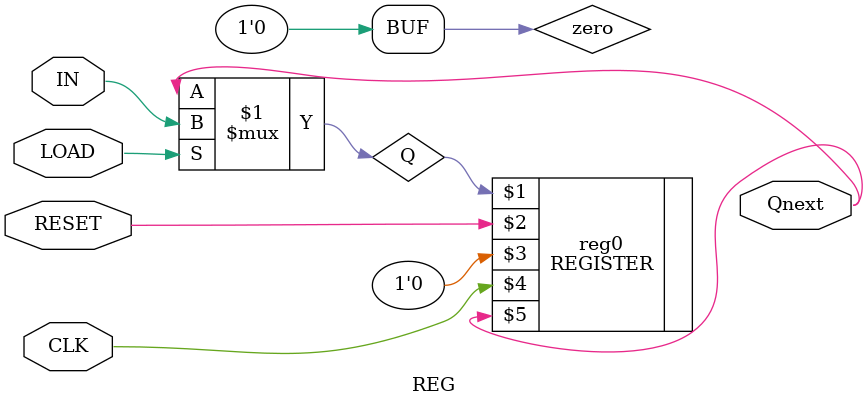
<source format=v>
module REG(CLK, RESET, LOAD, IN, Qnext);
input CLK, RESET, LOAD, IN;
output Qnext;
wire Q,zero;

assign zero = 1'b0;
assign Q = (LOAD)? IN: Qnext;
REGISTER reg0(Q, RESET,zero,CLK, Qnext);
endmodule

</source>
